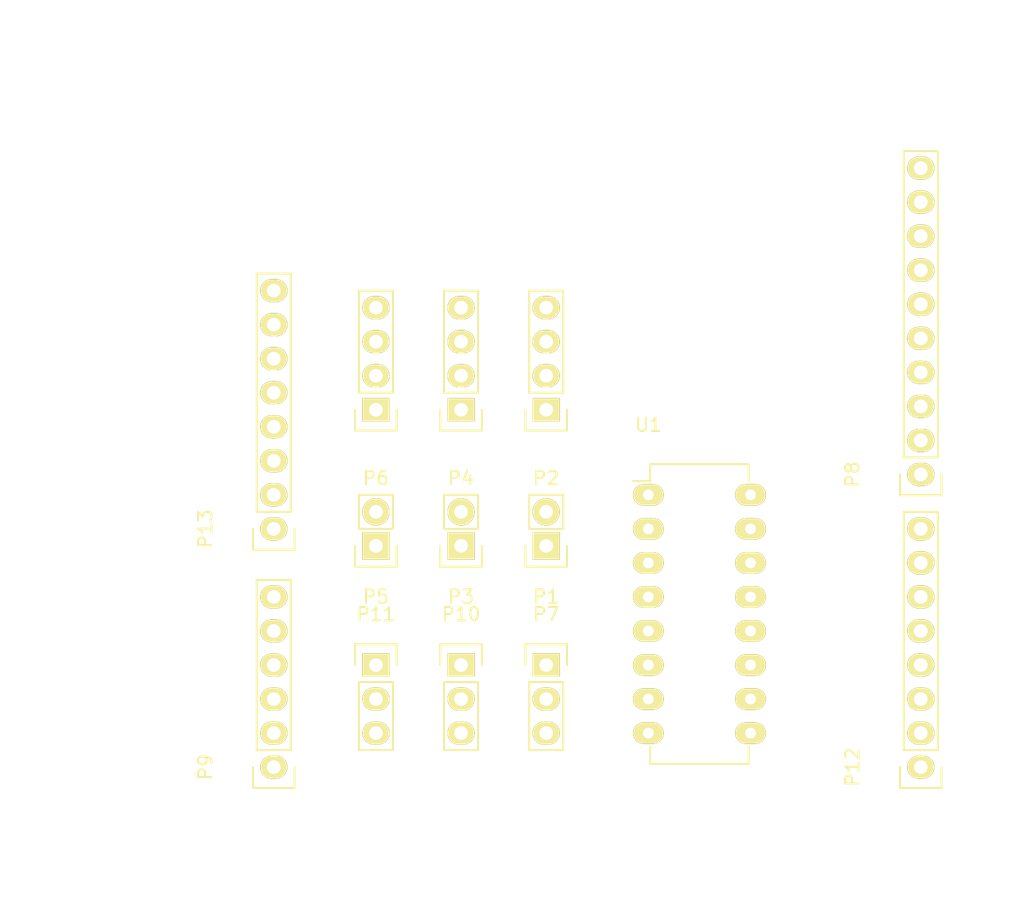
<source format=kicad_pcb>
(kicad_pcb (version 4) (host pcbnew 4.0.2-stable)

  (general
    (links 35)
    (no_connects 35)
    (area 114.199999 68.479999 190.600001 138.590001)
    (thickness 1.6)
    (drawings 5)
    (tracks 0)
    (zones 0)
    (modules 14)
    (nets 41)
  )

  (page A4)
  (layers
    (0 F.Cu signal)
    (31 B.Cu signal)
    (32 B.Adhes user)
    (33 F.Adhes user)
    (34 B.Paste user)
    (35 F.Paste user)
    (36 B.SilkS user)
    (37 F.SilkS user)
    (38 B.Mask user)
    (39 F.Mask user)
    (40 Dwgs.User user)
    (41 Cmts.User user)
    (42 Eco1.User user)
    (43 Eco2.User user)
    (44 Edge.Cuts user)
    (45 Margin user)
    (46 B.CrtYd user)
    (47 F.CrtYd user)
    (48 B.Fab user)
    (49 F.Fab user)
  )

  (setup
    (last_trace_width 0.25)
    (trace_clearance 0.2)
    (zone_clearance 0.508)
    (zone_45_only no)
    (trace_min 0.2)
    (segment_width 0.2)
    (edge_width 0.15)
    (via_size 0.6)
    (via_drill 0.4)
    (via_min_size 0.4)
    (via_min_drill 0.3)
    (uvia_size 0.3)
    (uvia_drill 0.1)
    (uvias_allowed no)
    (uvia_min_size 0.2)
    (uvia_min_drill 0.1)
    (pcb_text_width 0.3)
    (pcb_text_size 1.5 1.5)
    (mod_edge_width 0.15)
    (mod_text_size 1 1)
    (mod_text_width 0.15)
    (pad_size 1.524 1.524)
    (pad_drill 0.762)
    (pad_to_mask_clearance 0.2)
    (aux_axis_origin 0 0)
    (visible_elements FFFFFF7F)
    (pcbplotparams
      (layerselection 0x00030_80000001)
      (usegerberextensions false)
      (excludeedgelayer true)
      (linewidth 0.100000)
      (plotframeref false)
      (viasonmask false)
      (mode 1)
      (useauxorigin false)
      (hpglpennumber 1)
      (hpglpenspeed 20)
      (hpglpendiameter 15)
      (hpglpenoverlay 2)
      (psnegative false)
      (psa4output false)
      (plotreference true)
      (plotvalue true)
      (plotinvisibletext false)
      (padsonsilk false)
      (subtractmaskfromsilk false)
      (outputformat 1)
      (mirror false)
      (drillshape 1)
      (scaleselection 1)
      (outputdirectory ""))
  )

  (net 0 "")
  (net 1 MotorDir)
  (net 2 Motor1)
  (net 3 GND)
  (net 4 Encoder1A)
  (net 5 Encoder1B)
  (net 6 +3V3)
  (net 7 Motor2)
  (net 8 Encoder2A)
  (net 9 Encoder2B)
  (net 10 Motor3)
  (net 11 Encoder3A)
  (net 12 Encoder3B)
  (net 13 Limit1)
  (net 14 "Net-(P8-Pad1)")
  (net 15 "Net-(P8-Pad2)")
  (net 16 "Net-(P8-Pad3)")
  (net 17 "Net-(P8-Pad4)")
  (net 18 "Net-(P8-Pad5)")
  (net 19 "Net-(P8-Pad6)")
  (net 20 "Net-(P8-Pad7)")
  (net 21 "Net-(P8-Pad8)")
  (net 22 "Net-(P8-Pad9)")
  (net 23 "Net-(P8-Pad10)")
  (net 24 Limit2)
  (net 25 Limit3)
  (net 26 Enc_InputA)
  (net 27 Enc_InputB)
  (net 28 "Net-(P12-Pad3)")
  (net 29 "Net-(P12-Pad4)")
  (net 30 SelectA)
  (net 31 SelectB)
  (net 32 "Net-(P12-Pad7)")
  (net 33 "Net-(P13-Pad1)")
  (net 34 "Net-(P13-Pad2)")
  (net 35 "Net-(P13-Pad4)")
  (net 36 "Net-(P13-Pad6)")
  (net 37 "Net-(P13-Pad7)")
  (net 38 "Net-(P13-Pad8)")
  (net 39 "Net-(U1-Pad6)")
  (net 40 "Net-(U1-Pad10)")

  (net_class Default "This is the default net class."
    (clearance 0.2)
    (trace_width 0.25)
    (via_dia 0.6)
    (via_drill 0.4)
    (uvia_dia 0.3)
    (uvia_drill 0.1)
    (add_net +3V3)
    (add_net Enc_InputA)
    (add_net Enc_InputB)
    (add_net Encoder1A)
    (add_net Encoder1B)
    (add_net Encoder2A)
    (add_net Encoder2B)
    (add_net Encoder3A)
    (add_net Encoder3B)
    (add_net GND)
    (add_net Limit1)
    (add_net Limit2)
    (add_net Limit3)
    (add_net Motor1)
    (add_net Motor2)
    (add_net Motor3)
    (add_net MotorDir)
    (add_net "Net-(P12-Pad3)")
    (add_net "Net-(P12-Pad4)")
    (add_net "Net-(P12-Pad7)")
    (add_net "Net-(P13-Pad1)")
    (add_net "Net-(P13-Pad2)")
    (add_net "Net-(P13-Pad4)")
    (add_net "Net-(P13-Pad6)")
    (add_net "Net-(P13-Pad7)")
    (add_net "Net-(P13-Pad8)")
    (add_net "Net-(P8-Pad1)")
    (add_net "Net-(P8-Pad10)")
    (add_net "Net-(P8-Pad2)")
    (add_net "Net-(P8-Pad3)")
    (add_net "Net-(P8-Pad4)")
    (add_net "Net-(P8-Pad5)")
    (add_net "Net-(P8-Pad6)")
    (add_net "Net-(P8-Pad7)")
    (add_net "Net-(P8-Pad8)")
    (add_net "Net-(P8-Pad9)")
    (add_net "Net-(U1-Pad10)")
    (add_net "Net-(U1-Pad6)")
    (add_net SelectA)
    (add_net SelectB)
  )

  (module Pin_Headers:Pin_Header_Straight_1x03 (layer F.Cu) (tedit 0) (tstamp 579B88D2)
    (at 154.94 118.11)
    (descr "Through hole pin header")
    (tags "pin header")
    (path /579B9521)
    (fp_text reference P1 (at 0 -5.1) (layer F.SilkS)
      (effects (font (size 1 1) (thickness 0.15)))
    )
    (fp_text value Motor1 (at 0 -3.1) (layer F.Fab)
      (effects (font (size 1 1) (thickness 0.15)))
    )
    (fp_line (start -1.75 -1.75) (end -1.75 6.85) (layer F.CrtYd) (width 0.05))
    (fp_line (start 1.75 -1.75) (end 1.75 6.85) (layer F.CrtYd) (width 0.05))
    (fp_line (start -1.75 -1.75) (end 1.75 -1.75) (layer F.CrtYd) (width 0.05))
    (fp_line (start -1.75 6.85) (end 1.75 6.85) (layer F.CrtYd) (width 0.05))
    (fp_line (start -1.27 1.27) (end -1.27 6.35) (layer F.SilkS) (width 0.15))
    (fp_line (start -1.27 6.35) (end 1.27 6.35) (layer F.SilkS) (width 0.15))
    (fp_line (start 1.27 6.35) (end 1.27 1.27) (layer F.SilkS) (width 0.15))
    (fp_line (start 1.55 -1.55) (end 1.55 0) (layer F.SilkS) (width 0.15))
    (fp_line (start 1.27 1.27) (end -1.27 1.27) (layer F.SilkS) (width 0.15))
    (fp_line (start -1.55 0) (end -1.55 -1.55) (layer F.SilkS) (width 0.15))
    (fp_line (start -1.55 -1.55) (end 1.55 -1.55) (layer F.SilkS) (width 0.15))
    (pad 1 thru_hole rect (at 0 0) (size 2.032 1.7272) (drill 1.016) (layers *.Cu *.Mask F.SilkS)
      (net 1 MotorDir))
    (pad 2 thru_hole oval (at 0 2.54) (size 2.032 1.7272) (drill 1.016) (layers *.Cu *.Mask F.SilkS)
      (net 2 Motor1))
    (pad 3 thru_hole oval (at 0 5.08) (size 2.032 1.7272) (drill 1.016) (layers *.Cu *.Mask F.SilkS)
      (net 3 GND))
    (model Pin_Headers.3dshapes/Pin_Header_Straight_1x03.wrl
      (at (xyz 0 -0.1 0))
      (scale (xyz 1 1 1))
      (rotate (xyz 0 0 90))
    )
  )

  (module Pin_Headers:Pin_Header_Straight_1x04 (layer F.Cu) (tedit 0) (tstamp 579B88DA)
    (at 154.94 99.06 180)
    (descr "Through hole pin header")
    (tags "pin header")
    (path /579B96CF)
    (fp_text reference P2 (at 0 -5.1 180) (layer F.SilkS)
      (effects (font (size 1 1) (thickness 0.15)))
    )
    (fp_text value Encoder1 (at 0 -3.1 180) (layer F.Fab)
      (effects (font (size 1 1) (thickness 0.15)))
    )
    (fp_line (start -1.75 -1.75) (end -1.75 9.4) (layer F.CrtYd) (width 0.05))
    (fp_line (start 1.75 -1.75) (end 1.75 9.4) (layer F.CrtYd) (width 0.05))
    (fp_line (start -1.75 -1.75) (end 1.75 -1.75) (layer F.CrtYd) (width 0.05))
    (fp_line (start -1.75 9.4) (end 1.75 9.4) (layer F.CrtYd) (width 0.05))
    (fp_line (start -1.27 1.27) (end -1.27 8.89) (layer F.SilkS) (width 0.15))
    (fp_line (start 1.27 1.27) (end 1.27 8.89) (layer F.SilkS) (width 0.15))
    (fp_line (start 1.55 -1.55) (end 1.55 0) (layer F.SilkS) (width 0.15))
    (fp_line (start -1.27 8.89) (end 1.27 8.89) (layer F.SilkS) (width 0.15))
    (fp_line (start 1.27 1.27) (end -1.27 1.27) (layer F.SilkS) (width 0.15))
    (fp_line (start -1.55 0) (end -1.55 -1.55) (layer F.SilkS) (width 0.15))
    (fp_line (start -1.55 -1.55) (end 1.55 -1.55) (layer F.SilkS) (width 0.15))
    (pad 1 thru_hole rect (at 0 0 180) (size 2.032 1.7272) (drill 1.016) (layers *.Cu *.Mask F.SilkS)
      (net 4 Encoder1A))
    (pad 2 thru_hole oval (at 0 2.54 180) (size 2.032 1.7272) (drill 1.016) (layers *.Cu *.Mask F.SilkS)
      (net 5 Encoder1B))
    (pad 3 thru_hole oval (at 0 5.08 180) (size 2.032 1.7272) (drill 1.016) (layers *.Cu *.Mask F.SilkS)
      (net 3 GND))
    (pad 4 thru_hole oval (at 0 7.62 180) (size 2.032 1.7272) (drill 1.016) (layers *.Cu *.Mask F.SilkS)
      (net 6 +3V3))
    (model Pin_Headers.3dshapes/Pin_Header_Straight_1x04.wrl
      (at (xyz 0 -0.15 0))
      (scale (xyz 1 1 1))
      (rotate (xyz 0 0 90))
    )
  )

  (module Pin_Headers:Pin_Header_Straight_1x03 (layer F.Cu) (tedit 0) (tstamp 579B88E1)
    (at 148.59 118.11)
    (descr "Through hole pin header")
    (tags "pin header")
    (path /579B957A)
    (fp_text reference P3 (at 0 -5.1) (layer F.SilkS)
      (effects (font (size 1 1) (thickness 0.15)))
    )
    (fp_text value Motor2 (at 0 -3.1) (layer F.Fab)
      (effects (font (size 1 1) (thickness 0.15)))
    )
    (fp_line (start -1.75 -1.75) (end -1.75 6.85) (layer F.CrtYd) (width 0.05))
    (fp_line (start 1.75 -1.75) (end 1.75 6.85) (layer F.CrtYd) (width 0.05))
    (fp_line (start -1.75 -1.75) (end 1.75 -1.75) (layer F.CrtYd) (width 0.05))
    (fp_line (start -1.75 6.85) (end 1.75 6.85) (layer F.CrtYd) (width 0.05))
    (fp_line (start -1.27 1.27) (end -1.27 6.35) (layer F.SilkS) (width 0.15))
    (fp_line (start -1.27 6.35) (end 1.27 6.35) (layer F.SilkS) (width 0.15))
    (fp_line (start 1.27 6.35) (end 1.27 1.27) (layer F.SilkS) (width 0.15))
    (fp_line (start 1.55 -1.55) (end 1.55 0) (layer F.SilkS) (width 0.15))
    (fp_line (start 1.27 1.27) (end -1.27 1.27) (layer F.SilkS) (width 0.15))
    (fp_line (start -1.55 0) (end -1.55 -1.55) (layer F.SilkS) (width 0.15))
    (fp_line (start -1.55 -1.55) (end 1.55 -1.55) (layer F.SilkS) (width 0.15))
    (pad 1 thru_hole rect (at 0 0) (size 2.032 1.7272) (drill 1.016) (layers *.Cu *.Mask F.SilkS)
      (net 1 MotorDir))
    (pad 2 thru_hole oval (at 0 2.54) (size 2.032 1.7272) (drill 1.016) (layers *.Cu *.Mask F.SilkS)
      (net 7 Motor2))
    (pad 3 thru_hole oval (at 0 5.08) (size 2.032 1.7272) (drill 1.016) (layers *.Cu *.Mask F.SilkS)
      (net 3 GND))
    (model Pin_Headers.3dshapes/Pin_Header_Straight_1x03.wrl
      (at (xyz 0 -0.1 0))
      (scale (xyz 1 1 1))
      (rotate (xyz 0 0 90))
    )
  )

  (module Pin_Headers:Pin_Header_Straight_1x04 (layer F.Cu) (tedit 0) (tstamp 579B88E9)
    (at 148.59 99.06 180)
    (descr "Through hole pin header")
    (tags "pin header")
    (path /579B9705)
    (fp_text reference P4 (at 0 -5.1 180) (layer F.SilkS)
      (effects (font (size 1 1) (thickness 0.15)))
    )
    (fp_text value Encoder2 (at 0 -3.1 180) (layer F.Fab)
      (effects (font (size 1 1) (thickness 0.15)))
    )
    (fp_line (start -1.75 -1.75) (end -1.75 9.4) (layer F.CrtYd) (width 0.05))
    (fp_line (start 1.75 -1.75) (end 1.75 9.4) (layer F.CrtYd) (width 0.05))
    (fp_line (start -1.75 -1.75) (end 1.75 -1.75) (layer F.CrtYd) (width 0.05))
    (fp_line (start -1.75 9.4) (end 1.75 9.4) (layer F.CrtYd) (width 0.05))
    (fp_line (start -1.27 1.27) (end -1.27 8.89) (layer F.SilkS) (width 0.15))
    (fp_line (start 1.27 1.27) (end 1.27 8.89) (layer F.SilkS) (width 0.15))
    (fp_line (start 1.55 -1.55) (end 1.55 0) (layer F.SilkS) (width 0.15))
    (fp_line (start -1.27 8.89) (end 1.27 8.89) (layer F.SilkS) (width 0.15))
    (fp_line (start 1.27 1.27) (end -1.27 1.27) (layer F.SilkS) (width 0.15))
    (fp_line (start -1.55 0) (end -1.55 -1.55) (layer F.SilkS) (width 0.15))
    (fp_line (start -1.55 -1.55) (end 1.55 -1.55) (layer F.SilkS) (width 0.15))
    (pad 1 thru_hole rect (at 0 0 180) (size 2.032 1.7272) (drill 1.016) (layers *.Cu *.Mask F.SilkS)
      (net 8 Encoder2A))
    (pad 2 thru_hole oval (at 0 2.54 180) (size 2.032 1.7272) (drill 1.016) (layers *.Cu *.Mask F.SilkS)
      (net 9 Encoder2B))
    (pad 3 thru_hole oval (at 0 5.08 180) (size 2.032 1.7272) (drill 1.016) (layers *.Cu *.Mask F.SilkS)
      (net 3 GND))
    (pad 4 thru_hole oval (at 0 7.62 180) (size 2.032 1.7272) (drill 1.016) (layers *.Cu *.Mask F.SilkS)
      (net 6 +3V3))
    (model Pin_Headers.3dshapes/Pin_Header_Straight_1x04.wrl
      (at (xyz 0 -0.15 0))
      (scale (xyz 1 1 1))
      (rotate (xyz 0 0 90))
    )
  )

  (module Pin_Headers:Pin_Header_Straight_1x03 (layer F.Cu) (tedit 0) (tstamp 579B88F0)
    (at 142.24 118.11)
    (descr "Through hole pin header")
    (tags "pin header")
    (path /579B95E4)
    (fp_text reference P5 (at 0 -5.1) (layer F.SilkS)
      (effects (font (size 1 1) (thickness 0.15)))
    )
    (fp_text value Motor3 (at 0 -3.1) (layer F.Fab)
      (effects (font (size 1 1) (thickness 0.15)))
    )
    (fp_line (start -1.75 -1.75) (end -1.75 6.85) (layer F.CrtYd) (width 0.05))
    (fp_line (start 1.75 -1.75) (end 1.75 6.85) (layer F.CrtYd) (width 0.05))
    (fp_line (start -1.75 -1.75) (end 1.75 -1.75) (layer F.CrtYd) (width 0.05))
    (fp_line (start -1.75 6.85) (end 1.75 6.85) (layer F.CrtYd) (width 0.05))
    (fp_line (start -1.27 1.27) (end -1.27 6.35) (layer F.SilkS) (width 0.15))
    (fp_line (start -1.27 6.35) (end 1.27 6.35) (layer F.SilkS) (width 0.15))
    (fp_line (start 1.27 6.35) (end 1.27 1.27) (layer F.SilkS) (width 0.15))
    (fp_line (start 1.55 -1.55) (end 1.55 0) (layer F.SilkS) (width 0.15))
    (fp_line (start 1.27 1.27) (end -1.27 1.27) (layer F.SilkS) (width 0.15))
    (fp_line (start -1.55 0) (end -1.55 -1.55) (layer F.SilkS) (width 0.15))
    (fp_line (start -1.55 -1.55) (end 1.55 -1.55) (layer F.SilkS) (width 0.15))
    (pad 1 thru_hole rect (at 0 0) (size 2.032 1.7272) (drill 1.016) (layers *.Cu *.Mask F.SilkS)
      (net 1 MotorDir))
    (pad 2 thru_hole oval (at 0 2.54) (size 2.032 1.7272) (drill 1.016) (layers *.Cu *.Mask F.SilkS)
      (net 10 Motor3))
    (pad 3 thru_hole oval (at 0 5.08) (size 2.032 1.7272) (drill 1.016) (layers *.Cu *.Mask F.SilkS)
      (net 3 GND))
    (model Pin_Headers.3dshapes/Pin_Header_Straight_1x03.wrl
      (at (xyz 0 -0.1 0))
      (scale (xyz 1 1 1))
      (rotate (xyz 0 0 90))
    )
  )

  (module Pin_Headers:Pin_Header_Straight_1x04 (layer F.Cu) (tedit 0) (tstamp 579B88F8)
    (at 142.24 99.06 180)
    (descr "Through hole pin header")
    (tags "pin header")
    (path /579B9761)
    (fp_text reference P6 (at 0 -5.1 180) (layer F.SilkS)
      (effects (font (size 1 1) (thickness 0.15)))
    )
    (fp_text value Enocder3 (at 0 -3.1 180) (layer F.Fab)
      (effects (font (size 1 1) (thickness 0.15)))
    )
    (fp_line (start -1.75 -1.75) (end -1.75 9.4) (layer F.CrtYd) (width 0.05))
    (fp_line (start 1.75 -1.75) (end 1.75 9.4) (layer F.CrtYd) (width 0.05))
    (fp_line (start -1.75 -1.75) (end 1.75 -1.75) (layer F.CrtYd) (width 0.05))
    (fp_line (start -1.75 9.4) (end 1.75 9.4) (layer F.CrtYd) (width 0.05))
    (fp_line (start -1.27 1.27) (end -1.27 8.89) (layer F.SilkS) (width 0.15))
    (fp_line (start 1.27 1.27) (end 1.27 8.89) (layer F.SilkS) (width 0.15))
    (fp_line (start 1.55 -1.55) (end 1.55 0) (layer F.SilkS) (width 0.15))
    (fp_line (start -1.27 8.89) (end 1.27 8.89) (layer F.SilkS) (width 0.15))
    (fp_line (start 1.27 1.27) (end -1.27 1.27) (layer F.SilkS) (width 0.15))
    (fp_line (start -1.55 0) (end -1.55 -1.55) (layer F.SilkS) (width 0.15))
    (fp_line (start -1.55 -1.55) (end 1.55 -1.55) (layer F.SilkS) (width 0.15))
    (pad 1 thru_hole rect (at 0 0 180) (size 2.032 1.7272) (drill 1.016) (layers *.Cu *.Mask F.SilkS)
      (net 11 Encoder3A))
    (pad 2 thru_hole oval (at 0 2.54 180) (size 2.032 1.7272) (drill 1.016) (layers *.Cu *.Mask F.SilkS)
      (net 12 Encoder3B))
    (pad 3 thru_hole oval (at 0 5.08 180) (size 2.032 1.7272) (drill 1.016) (layers *.Cu *.Mask F.SilkS)
      (net 3 GND))
    (pad 4 thru_hole oval (at 0 7.62 180) (size 2.032 1.7272) (drill 1.016) (layers *.Cu *.Mask F.SilkS)
      (net 6 +3V3))
    (model Pin_Headers.3dshapes/Pin_Header_Straight_1x04.wrl
      (at (xyz 0 -0.15 0))
      (scale (xyz 1 1 1))
      (rotate (xyz 0 0 90))
    )
  )

  (module Pin_Headers:Pin_Header_Straight_1x02 (layer F.Cu) (tedit 54EA090C) (tstamp 579B88FE)
    (at 154.94 109.22 180)
    (descr "Through hole pin header")
    (tags "pin header")
    (path /579B97AB)
    (fp_text reference P7 (at 0 -5.1 180) (layer F.SilkS)
      (effects (font (size 1 1) (thickness 0.15)))
    )
    (fp_text value Limit1 (at 0 -3.1 180) (layer F.Fab)
      (effects (font (size 1 1) (thickness 0.15)))
    )
    (fp_line (start 1.27 1.27) (end 1.27 3.81) (layer F.SilkS) (width 0.15))
    (fp_line (start 1.55 -1.55) (end 1.55 0) (layer F.SilkS) (width 0.15))
    (fp_line (start -1.75 -1.75) (end -1.75 4.3) (layer F.CrtYd) (width 0.05))
    (fp_line (start 1.75 -1.75) (end 1.75 4.3) (layer F.CrtYd) (width 0.05))
    (fp_line (start -1.75 -1.75) (end 1.75 -1.75) (layer F.CrtYd) (width 0.05))
    (fp_line (start -1.75 4.3) (end 1.75 4.3) (layer F.CrtYd) (width 0.05))
    (fp_line (start 1.27 1.27) (end -1.27 1.27) (layer F.SilkS) (width 0.15))
    (fp_line (start -1.55 0) (end -1.55 -1.55) (layer F.SilkS) (width 0.15))
    (fp_line (start -1.55 -1.55) (end 1.55 -1.55) (layer F.SilkS) (width 0.15))
    (fp_line (start -1.27 1.27) (end -1.27 3.81) (layer F.SilkS) (width 0.15))
    (fp_line (start -1.27 3.81) (end 1.27 3.81) (layer F.SilkS) (width 0.15))
    (pad 1 thru_hole rect (at 0 0 180) (size 2.032 2.032) (drill 1.016) (layers *.Cu *.Mask F.SilkS)
      (net 13 Limit1))
    (pad 2 thru_hole oval (at 0 2.54 180) (size 2.032 2.032) (drill 1.016) (layers *.Cu *.Mask F.SilkS)
      (net 6 +3V3))
    (model Pin_Headers.3dshapes/Pin_Header_Straight_1x02.wrl
      (at (xyz 0 -0.05 0))
      (scale (xyz 1 1 1))
      (rotate (xyz 0 0 90))
    )
  )

  (module Socket_Arduino_Uno:Socket_Strip_Arduino_1x10 (layer F.Cu) (tedit 551AF8D9) (tstamp 579B890C)
    (at 182.88 103.886 90)
    (descr "Through hole socket strip")
    (tags "socket strip")
    (path /579B936C)
    (fp_text reference P8 (at 0 -5.1 90) (layer F.SilkS)
      (effects (font (size 1 1) (thickness 0.15)))
    )
    (fp_text value Digital_10 (at 0 -3.1 90) (layer F.Fab)
      (effects (font (size 1 1) (thickness 0.15)))
    )
    (fp_line (start -1.75 -1.75) (end -1.75 1.75) (layer F.CrtYd) (width 0.05))
    (fp_line (start 24.65 -1.75) (end 24.65 1.75) (layer F.CrtYd) (width 0.05))
    (fp_line (start -1.75 -1.75) (end 24.65 -1.75) (layer F.CrtYd) (width 0.05))
    (fp_line (start -1.75 1.75) (end 24.65 1.75) (layer F.CrtYd) (width 0.05))
    (fp_line (start 1.27 1.27) (end 24.13 1.27) (layer F.SilkS) (width 0.15))
    (fp_line (start 24.13 1.27) (end 24.13 -1.27) (layer F.SilkS) (width 0.15))
    (fp_line (start 24.13 -1.27) (end 1.27 -1.27) (layer F.SilkS) (width 0.15))
    (fp_line (start -1.55 1.55) (end 0 1.55) (layer F.SilkS) (width 0.15))
    (fp_line (start 1.27 1.27) (end 1.27 -1.27) (layer F.SilkS) (width 0.15))
    (fp_line (start 0 -1.55) (end -1.55 -1.55) (layer F.SilkS) (width 0.15))
    (fp_line (start -1.55 -1.55) (end -1.55 1.55) (layer F.SilkS) (width 0.15))
    (pad 1 thru_hole oval (at 0 0 90) (size 1.7272 2.032) (drill 1.016) (layers *.Cu *.Mask F.SilkS)
      (net 14 "Net-(P8-Pad1)"))
    (pad 2 thru_hole oval (at 2.54 0 90) (size 1.7272 2.032) (drill 1.016) (layers *.Cu *.Mask F.SilkS)
      (net 15 "Net-(P8-Pad2)"))
    (pad 3 thru_hole oval (at 5.08 0 90) (size 1.7272 2.032) (drill 1.016) (layers *.Cu *.Mask F.SilkS)
      (net 16 "Net-(P8-Pad3)"))
    (pad 4 thru_hole oval (at 7.62 0 90) (size 1.7272 2.032) (drill 1.016) (layers *.Cu *.Mask F.SilkS)
      (net 17 "Net-(P8-Pad4)"))
    (pad 5 thru_hole oval (at 10.16 0 90) (size 1.7272 2.032) (drill 1.016) (layers *.Cu *.Mask F.SilkS)
      (net 18 "Net-(P8-Pad5)"))
    (pad 6 thru_hole oval (at 12.7 0 90) (size 1.7272 2.032) (drill 1.016) (layers *.Cu *.Mask F.SilkS)
      (net 19 "Net-(P8-Pad6)"))
    (pad 7 thru_hole oval (at 15.24 0 90) (size 1.7272 2.032) (drill 1.016) (layers *.Cu *.Mask F.SilkS)
      (net 20 "Net-(P8-Pad7)"))
    (pad 8 thru_hole oval (at 17.78 0 90) (size 1.7272 2.032) (drill 1.016) (layers *.Cu *.Mask F.SilkS)
      (net 21 "Net-(P8-Pad8)"))
    (pad 9 thru_hole oval (at 20.32 0 90) (size 1.7272 2.032) (drill 1.016) (layers *.Cu *.Mask F.SilkS)
      (net 22 "Net-(P8-Pad9)"))
    (pad 10 thru_hole oval (at 22.86 0 90) (size 1.7272 2.032) (drill 1.016) (layers *.Cu *.Mask F.SilkS)
      (net 23 "Net-(P8-Pad10)"))
    (model ${KIPRJMOD}/Socket_Arduino_Uno.3dshapes/Socket_header_Arduino_1x10.wrl
      (at (xyz 0.45 0 0))
      (scale (xyz 1 1 1))
      (rotate (xyz 0 0 180))
    )
  )

  (module Socket_Arduino_Uno:Socket_Strip_Arduino_1x06 (layer F.Cu) (tedit 551AF7D9) (tstamp 579B8916)
    (at 134.62 125.73 90)
    (descr "Through hole socket strip")
    (tags "socket strip")
    (path /579B93DD)
    (fp_text reference P9 (at 0 -5.1 90) (layer F.SilkS)
      (effects (font (size 1 1) (thickness 0.15)))
    )
    (fp_text value Analog (at 0 -3.1 90) (layer F.Fab)
      (effects (font (size 1 1) (thickness 0.15)))
    )
    (fp_line (start -1.75 -1.75) (end -1.75 1.75) (layer F.CrtYd) (width 0.05))
    (fp_line (start 14.45 -1.75) (end 14.45 1.75) (layer F.CrtYd) (width 0.05))
    (fp_line (start -1.75 -1.75) (end 14.45 -1.75) (layer F.CrtYd) (width 0.05))
    (fp_line (start -1.75 1.75) (end 14.45 1.75) (layer F.CrtYd) (width 0.05))
    (fp_line (start 1.27 1.27) (end 13.97 1.27) (layer F.SilkS) (width 0.15))
    (fp_line (start 13.97 1.27) (end 13.97 -1.27) (layer F.SilkS) (width 0.15))
    (fp_line (start 13.97 -1.27) (end 1.27 -1.27) (layer F.SilkS) (width 0.15))
    (fp_line (start -1.55 1.55) (end 0 1.55) (layer F.SilkS) (width 0.15))
    (fp_line (start 1.27 1.27) (end 1.27 -1.27) (layer F.SilkS) (width 0.15))
    (fp_line (start 0 -1.55) (end -1.55 -1.55) (layer F.SilkS) (width 0.15))
    (fp_line (start -1.55 -1.55) (end -1.55 1.55) (layer F.SilkS) (width 0.15))
    (pad 1 thru_hole oval (at 0 0 90) (size 1.7272 2.032) (drill 1.016) (layers *.Cu *.Mask F.SilkS)
      (net 2 Motor1))
    (pad 2 thru_hole oval (at 2.54 0 90) (size 1.7272 2.032) (drill 1.016) (layers *.Cu *.Mask F.SilkS)
      (net 7 Motor2))
    (pad 3 thru_hole oval (at 5.08 0 90) (size 1.7272 2.032) (drill 1.016) (layers *.Cu *.Mask F.SilkS)
      (net 10 Motor3))
    (pad 4 thru_hole oval (at 7.62 0 90) (size 1.7272 2.032) (drill 1.016) (layers *.Cu *.Mask F.SilkS)
      (net 13 Limit1))
    (pad 5 thru_hole oval (at 10.16 0 90) (size 1.7272 2.032) (drill 1.016) (layers *.Cu *.Mask F.SilkS)
      (net 24 Limit2))
    (pad 6 thru_hole oval (at 12.7 0 90) (size 1.7272 2.032) (drill 1.016) (layers *.Cu *.Mask F.SilkS)
      (net 25 Limit3))
    (model ${KIPRJMOD}/Socket_Arduino_Uno.3dshapes/Socket_header_Arduino_1x06.wrl
      (at (xyz 0.25 0 0))
      (scale (xyz 1 1 1))
      (rotate (xyz 0 0 180))
    )
  )

  (module Pin_Headers:Pin_Header_Straight_1x02 (layer F.Cu) (tedit 54EA090C) (tstamp 579B891C)
    (at 148.59 109.22 180)
    (descr "Through hole pin header")
    (tags "pin header")
    (path /579B9822)
    (fp_text reference P10 (at 0 -5.1 180) (layer F.SilkS)
      (effects (font (size 1 1) (thickness 0.15)))
    )
    (fp_text value Limit2 (at 0 -3.1 180) (layer F.Fab)
      (effects (font (size 1 1) (thickness 0.15)))
    )
    (fp_line (start 1.27 1.27) (end 1.27 3.81) (layer F.SilkS) (width 0.15))
    (fp_line (start 1.55 -1.55) (end 1.55 0) (layer F.SilkS) (width 0.15))
    (fp_line (start -1.75 -1.75) (end -1.75 4.3) (layer F.CrtYd) (width 0.05))
    (fp_line (start 1.75 -1.75) (end 1.75 4.3) (layer F.CrtYd) (width 0.05))
    (fp_line (start -1.75 -1.75) (end 1.75 -1.75) (layer F.CrtYd) (width 0.05))
    (fp_line (start -1.75 4.3) (end 1.75 4.3) (layer F.CrtYd) (width 0.05))
    (fp_line (start 1.27 1.27) (end -1.27 1.27) (layer F.SilkS) (width 0.15))
    (fp_line (start -1.55 0) (end -1.55 -1.55) (layer F.SilkS) (width 0.15))
    (fp_line (start -1.55 -1.55) (end 1.55 -1.55) (layer F.SilkS) (width 0.15))
    (fp_line (start -1.27 1.27) (end -1.27 3.81) (layer F.SilkS) (width 0.15))
    (fp_line (start -1.27 3.81) (end 1.27 3.81) (layer F.SilkS) (width 0.15))
    (pad 1 thru_hole rect (at 0 0 180) (size 2.032 2.032) (drill 1.016) (layers *.Cu *.Mask F.SilkS)
      (net 24 Limit2))
    (pad 2 thru_hole oval (at 0 2.54 180) (size 2.032 2.032) (drill 1.016) (layers *.Cu *.Mask F.SilkS)
      (net 6 +3V3))
    (model Pin_Headers.3dshapes/Pin_Header_Straight_1x02.wrl
      (at (xyz 0 -0.05 0))
      (scale (xyz 1 1 1))
      (rotate (xyz 0 0 90))
    )
  )

  (module Pin_Headers:Pin_Header_Straight_1x02 (layer F.Cu) (tedit 54EA090C) (tstamp 579B8922)
    (at 142.24 109.22 180)
    (descr "Through hole pin header")
    (tags "pin header")
    (path /579B9879)
    (fp_text reference P11 (at 0 -5.1 180) (layer F.SilkS)
      (effects (font (size 1 1) (thickness 0.15)))
    )
    (fp_text value Limit3 (at 0 -3.1 180) (layer F.Fab)
      (effects (font (size 1 1) (thickness 0.15)))
    )
    (fp_line (start 1.27 1.27) (end 1.27 3.81) (layer F.SilkS) (width 0.15))
    (fp_line (start 1.55 -1.55) (end 1.55 0) (layer F.SilkS) (width 0.15))
    (fp_line (start -1.75 -1.75) (end -1.75 4.3) (layer F.CrtYd) (width 0.05))
    (fp_line (start 1.75 -1.75) (end 1.75 4.3) (layer F.CrtYd) (width 0.05))
    (fp_line (start -1.75 -1.75) (end 1.75 -1.75) (layer F.CrtYd) (width 0.05))
    (fp_line (start -1.75 4.3) (end 1.75 4.3) (layer F.CrtYd) (width 0.05))
    (fp_line (start 1.27 1.27) (end -1.27 1.27) (layer F.SilkS) (width 0.15))
    (fp_line (start -1.55 0) (end -1.55 -1.55) (layer F.SilkS) (width 0.15))
    (fp_line (start -1.55 -1.55) (end 1.55 -1.55) (layer F.SilkS) (width 0.15))
    (fp_line (start -1.27 1.27) (end -1.27 3.81) (layer F.SilkS) (width 0.15))
    (fp_line (start -1.27 3.81) (end 1.27 3.81) (layer F.SilkS) (width 0.15))
    (pad 1 thru_hole rect (at 0 0 180) (size 2.032 2.032) (drill 1.016) (layers *.Cu *.Mask F.SilkS)
      (net 25 Limit3))
    (pad 2 thru_hole oval (at 0 2.54 180) (size 2.032 2.032) (drill 1.016) (layers *.Cu *.Mask F.SilkS)
      (net 6 +3V3))
    (model Pin_Headers.3dshapes/Pin_Header_Straight_1x02.wrl
      (at (xyz 0 -0.05 0))
      (scale (xyz 1 1 1))
      (rotate (xyz 0 0 90))
    )
  )

  (module Socket_Arduino_Uno:Socket_Strip_Arduino_1x08 (layer F.Cu) (tedit 551AF8B3) (tstamp 579B892E)
    (at 182.88 125.73 90)
    (descr "Through hole socket strip")
    (tags "socket strip")
    (path /579B943E)
    (fp_text reference P12 (at 0 -5.1 90) (layer F.SilkS)
      (effects (font (size 1 1) (thickness 0.15)))
    )
    (fp_text value Digital_8 (at 0 -3.1 90) (layer F.Fab)
      (effects (font (size 1 1) (thickness 0.15)))
    )
    (fp_line (start -1.75 -1.75) (end -1.75 1.75) (layer F.CrtYd) (width 0.05))
    (fp_line (start 19.55 -1.75) (end 19.55 1.75) (layer F.CrtYd) (width 0.05))
    (fp_line (start -1.75 -1.75) (end 19.55 -1.75) (layer F.CrtYd) (width 0.05))
    (fp_line (start -1.75 1.75) (end 19.55 1.75) (layer F.CrtYd) (width 0.05))
    (fp_line (start 1.27 1.27) (end 19.05 1.27) (layer F.SilkS) (width 0.15))
    (fp_line (start 19.05 1.27) (end 19.05 -1.27) (layer F.SilkS) (width 0.15))
    (fp_line (start 19.05 -1.27) (end 1.27 -1.27) (layer F.SilkS) (width 0.15))
    (fp_line (start -1.55 1.55) (end 0 1.55) (layer F.SilkS) (width 0.15))
    (fp_line (start 1.27 1.27) (end 1.27 -1.27) (layer F.SilkS) (width 0.15))
    (fp_line (start 0 -1.55) (end -1.55 -1.55) (layer F.SilkS) (width 0.15))
    (fp_line (start -1.55 -1.55) (end -1.55 1.55) (layer F.SilkS) (width 0.15))
    (pad 1 thru_hole oval (at 0 0 90) (size 1.7272 2.032) (drill 1.016) (layers *.Cu *.Mask F.SilkS)
      (net 26 Enc_InputA))
    (pad 2 thru_hole oval (at 2.54 0 90) (size 1.7272 2.032) (drill 1.016) (layers *.Cu *.Mask F.SilkS)
      (net 27 Enc_InputB))
    (pad 3 thru_hole oval (at 5.08 0 90) (size 1.7272 2.032) (drill 1.016) (layers *.Cu *.Mask F.SilkS)
      (net 28 "Net-(P12-Pad3)"))
    (pad 4 thru_hole oval (at 7.62 0 90) (size 1.7272 2.032) (drill 1.016) (layers *.Cu *.Mask F.SilkS)
      (net 29 "Net-(P12-Pad4)"))
    (pad 5 thru_hole oval (at 10.16 0 90) (size 1.7272 2.032) (drill 1.016) (layers *.Cu *.Mask F.SilkS)
      (net 30 SelectA))
    (pad 6 thru_hole oval (at 12.7 0 90) (size 1.7272 2.032) (drill 1.016) (layers *.Cu *.Mask F.SilkS)
      (net 31 SelectB))
    (pad 7 thru_hole oval (at 15.24 0 90) (size 1.7272 2.032) (drill 1.016) (layers *.Cu *.Mask F.SilkS)
      (net 32 "Net-(P12-Pad7)"))
    (pad 8 thru_hole oval (at 17.78 0 90) (size 1.7272 2.032) (drill 1.016) (layers *.Cu *.Mask F.SilkS)
      (net 1 MotorDir))
    (model ${KIPRJMOD}/Socket_Arduino_Uno.3dshapes/Socket_header_Arduino_1x08.wrl
      (at (xyz 0.35 0 0))
      (scale (xyz 1 1 1))
      (rotate (xyz 0 0 180))
    )
  )

  (module Socket_Arduino_Uno:Socket_Strip_Arduino_1x08 (layer F.Cu) (tedit 551AF8B3) (tstamp 579B893A)
    (at 134.62 107.95 90)
    (descr "Through hole socket strip")
    (tags "socket strip")
    (path /579B94CF)
    (fp_text reference P13 (at 0 -5.1 90) (layer F.SilkS)
      (effects (font (size 1 1) (thickness 0.15)))
    )
    (fp_text value Power (at 0 -3.1 90) (layer F.Fab)
      (effects (font (size 1 1) (thickness 0.15)))
    )
    (fp_line (start -1.75 -1.75) (end -1.75 1.75) (layer F.CrtYd) (width 0.05))
    (fp_line (start 19.55 -1.75) (end 19.55 1.75) (layer F.CrtYd) (width 0.05))
    (fp_line (start -1.75 -1.75) (end 19.55 -1.75) (layer F.CrtYd) (width 0.05))
    (fp_line (start -1.75 1.75) (end 19.55 1.75) (layer F.CrtYd) (width 0.05))
    (fp_line (start 1.27 1.27) (end 19.05 1.27) (layer F.SilkS) (width 0.15))
    (fp_line (start 19.05 1.27) (end 19.05 -1.27) (layer F.SilkS) (width 0.15))
    (fp_line (start 19.05 -1.27) (end 1.27 -1.27) (layer F.SilkS) (width 0.15))
    (fp_line (start -1.55 1.55) (end 0 1.55) (layer F.SilkS) (width 0.15))
    (fp_line (start 1.27 1.27) (end 1.27 -1.27) (layer F.SilkS) (width 0.15))
    (fp_line (start 0 -1.55) (end -1.55 -1.55) (layer F.SilkS) (width 0.15))
    (fp_line (start -1.55 -1.55) (end -1.55 1.55) (layer F.SilkS) (width 0.15))
    (pad 1 thru_hole oval (at 0 0 90) (size 1.7272 2.032) (drill 1.016) (layers *.Cu *.Mask F.SilkS)
      (net 33 "Net-(P13-Pad1)"))
    (pad 2 thru_hole oval (at 2.54 0 90) (size 1.7272 2.032) (drill 1.016) (layers *.Cu *.Mask F.SilkS)
      (net 34 "Net-(P13-Pad2)"))
    (pad 3 thru_hole oval (at 5.08 0 90) (size 1.7272 2.032) (drill 1.016) (layers *.Cu *.Mask F.SilkS)
      (net 3 GND))
    (pad 4 thru_hole oval (at 7.62 0 90) (size 1.7272 2.032) (drill 1.016) (layers *.Cu *.Mask F.SilkS)
      (net 35 "Net-(P13-Pad4)"))
    (pad 5 thru_hole oval (at 10.16 0 90) (size 1.7272 2.032) (drill 1.016) (layers *.Cu *.Mask F.SilkS)
      (net 6 +3V3))
    (pad 6 thru_hole oval (at 12.7 0 90) (size 1.7272 2.032) (drill 1.016) (layers *.Cu *.Mask F.SilkS)
      (net 36 "Net-(P13-Pad6)"))
    (pad 7 thru_hole oval (at 15.24 0 90) (size 1.7272 2.032) (drill 1.016) (layers *.Cu *.Mask F.SilkS)
      (net 37 "Net-(P13-Pad7)"))
    (pad 8 thru_hole oval (at 17.78 0 90) (size 1.7272 2.032) (drill 1.016) (layers *.Cu *.Mask F.SilkS)
      (net 38 "Net-(P13-Pad8)"))
    (model ${KIPRJMOD}/Socket_Arduino_Uno.3dshapes/Socket_header_Arduino_1x08.wrl
      (at (xyz 0.35 0 0))
      (scale (xyz 1 1 1))
      (rotate (xyz 0 0 180))
    )
  )

  (module Housings_DIP:DIP-16_W7.62mm_LongPads (layer F.Cu) (tedit 54130A77) (tstamp 579B894E)
    (at 162.56 105.41)
    (descr "16-lead dip package, row spacing 7.62 mm (300 mils), longer pads")
    (tags "dil dip 2.54 300")
    (path /579B9323)
    (fp_text reference U1 (at 0 -5.22) (layer F.SilkS)
      (effects (font (size 1 1) (thickness 0.15)))
    )
    (fp_text value 74LS153 (at 0 -3.72) (layer F.Fab)
      (effects (font (size 1 1) (thickness 0.15)))
    )
    (fp_line (start -1.4 -2.45) (end -1.4 20.25) (layer F.CrtYd) (width 0.05))
    (fp_line (start 9 -2.45) (end 9 20.25) (layer F.CrtYd) (width 0.05))
    (fp_line (start -1.4 -2.45) (end 9 -2.45) (layer F.CrtYd) (width 0.05))
    (fp_line (start -1.4 20.25) (end 9 20.25) (layer F.CrtYd) (width 0.05))
    (fp_line (start 0.135 -2.295) (end 0.135 -1.025) (layer F.SilkS) (width 0.15))
    (fp_line (start 7.485 -2.295) (end 7.485 -1.025) (layer F.SilkS) (width 0.15))
    (fp_line (start 7.485 20.075) (end 7.485 18.805) (layer F.SilkS) (width 0.15))
    (fp_line (start 0.135 20.075) (end 0.135 18.805) (layer F.SilkS) (width 0.15))
    (fp_line (start 0.135 -2.295) (end 7.485 -2.295) (layer F.SilkS) (width 0.15))
    (fp_line (start 0.135 20.075) (end 7.485 20.075) (layer F.SilkS) (width 0.15))
    (fp_line (start 0.135 -1.025) (end -1.15 -1.025) (layer F.SilkS) (width 0.15))
    (pad 1 thru_hole oval (at 0 0) (size 2.3 1.6) (drill 0.8) (layers *.Cu *.Mask F.SilkS)
      (net 3 GND))
    (pad 2 thru_hole oval (at 0 2.54) (size 2.3 1.6) (drill 0.8) (layers *.Cu *.Mask F.SilkS)
      (net 31 SelectB))
    (pad 3 thru_hole oval (at 0 5.08) (size 2.3 1.6) (drill 0.8) (layers *.Cu *.Mask F.SilkS)
      (net 11 Encoder3A))
    (pad 4 thru_hole oval (at 0 7.62) (size 2.3 1.6) (drill 0.8) (layers *.Cu *.Mask F.SilkS)
      (net 8 Encoder2A))
    (pad 5 thru_hole oval (at 0 10.16) (size 2.3 1.6) (drill 0.8) (layers *.Cu *.Mask F.SilkS)
      (net 4 Encoder1A))
    (pad 6 thru_hole oval (at 0 12.7) (size 2.3 1.6) (drill 0.8) (layers *.Cu *.Mask F.SilkS)
      (net 39 "Net-(U1-Pad6)"))
    (pad 7 thru_hole oval (at 0 15.24) (size 2.3 1.6) (drill 0.8) (layers *.Cu *.Mask F.SilkS)
      (net 26 Enc_InputA))
    (pad 8 thru_hole oval (at 0 17.78) (size 2.3 1.6) (drill 0.8) (layers *.Cu *.Mask F.SilkS)
      (net 3 GND))
    (pad 9 thru_hole oval (at 7.62 17.78) (size 2.3 1.6) (drill 0.8) (layers *.Cu *.Mask F.SilkS)
      (net 27 Enc_InputB))
    (pad 10 thru_hole oval (at 7.62 15.24) (size 2.3 1.6) (drill 0.8) (layers *.Cu *.Mask F.SilkS)
      (net 40 "Net-(U1-Pad10)"))
    (pad 11 thru_hole oval (at 7.62 12.7) (size 2.3 1.6) (drill 0.8) (layers *.Cu *.Mask F.SilkS)
      (net 5 Encoder1B))
    (pad 12 thru_hole oval (at 7.62 10.16) (size 2.3 1.6) (drill 0.8) (layers *.Cu *.Mask F.SilkS)
      (net 9 Encoder2B))
    (pad 13 thru_hole oval (at 7.62 7.62) (size 2.3 1.6) (drill 0.8) (layers *.Cu *.Mask F.SilkS)
      (net 12 Encoder3B))
    (pad 14 thru_hole oval (at 7.62 5.08) (size 2.3 1.6) (drill 0.8) (layers *.Cu *.Mask F.SilkS)
      (net 30 SelectA))
    (pad 15 thru_hole oval (at 7.62 2.54) (size 2.3 1.6) (drill 0.8) (layers *.Cu *.Mask F.SilkS)
      (net 3 GND))
    (pad 16 thru_hole oval (at 7.62 0) (size 2.3 1.6) (drill 0.8) (layers *.Cu *.Mask F.SilkS)
      (net 6 +3V3))
    (model Housings_DIP.3dshapes/DIP-16_W7.62mm_LongPads.wrl
      (at (xyz 0 0 0))
      (scale (xyz 1 1 1))
      (rotate (xyz 0 0 0))
    )
  )

  (dimension 48.26 (width 0.3) (layer Eco1.User)
    (gr_text "1.9000 in" (at 158.75 137.24) (layer Eco1.User)
      (effects (font (size 1.5 1.5) (thickness 0.3)))
    )
    (feature1 (pts (xy 134.62 133.35) (xy 134.62 138.59)))
    (feature2 (pts (xy 182.88 133.35) (xy 182.88 138.59)))
    (crossbar (pts (xy 182.88 135.89) (xy 134.62 135.89)))
    (arrow1a (pts (xy 134.62 135.89) (xy 135.746504 135.303579)))
    (arrow1b (pts (xy 134.62 135.89) (xy 135.746504 136.476421)))
    (arrow2a (pts (xy 182.88 135.89) (xy 181.753496 135.303579)))
    (arrow2b (pts (xy 182.88 135.89) (xy 181.753496 136.476421)))
  )
  (gr_line (start 114.3 129.54) (end 190.5 129.54) (angle 90) (layer Eco1.User) (width 0.2))
  (gr_line (start 114.3 68.58) (end 114.3 129.54) (angle 90) (layer Eco1.User) (width 0.2))
  (gr_line (start 190.5 68.58) (end 114.3 68.58) (angle 90) (layer Eco1.User) (width 0.2))
  (gr_line (start 190.5 129.54) (end 190.5 68.58) (angle 90) (layer Eco1.User) (width 0.2))

)

</source>
